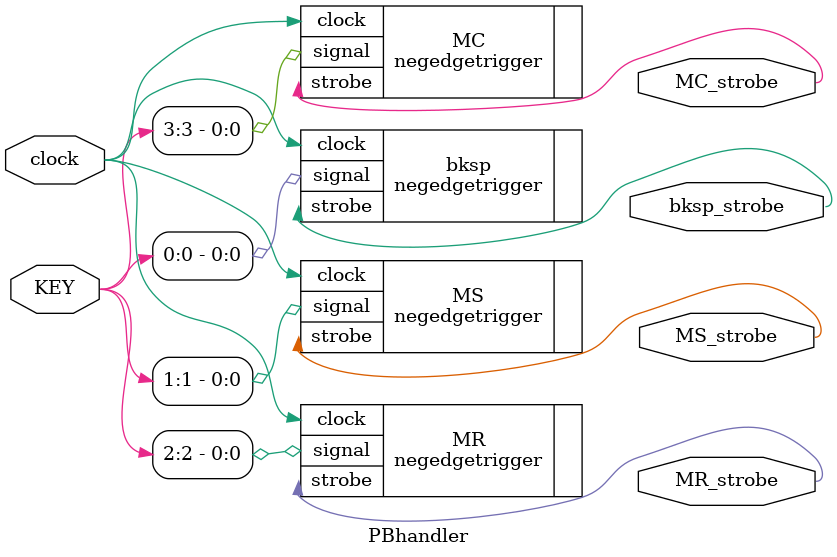
<source format=v>
module PBhandler (
	input [3:0] KEY,
	input clock,
	output bksp_strobe,
	output MS_strobe,
	output MR_strobe,
	output MC_strobe);

negedgetrigger bksp (.clock(clock), .signal(KEY[0]), .strobe(bksp_strobe));
negedgetrigger MS (.clock(clock), .signal(KEY[1]), .strobe(MS_strobe));
negedgetrigger MR (.clock(clock), .signal(KEY[2]), .strobe(MR_strobe));
negedgetrigger MC (.clock(clock), .signal(KEY[3]), .strobe(MC_strobe));

endmodule
</source>
